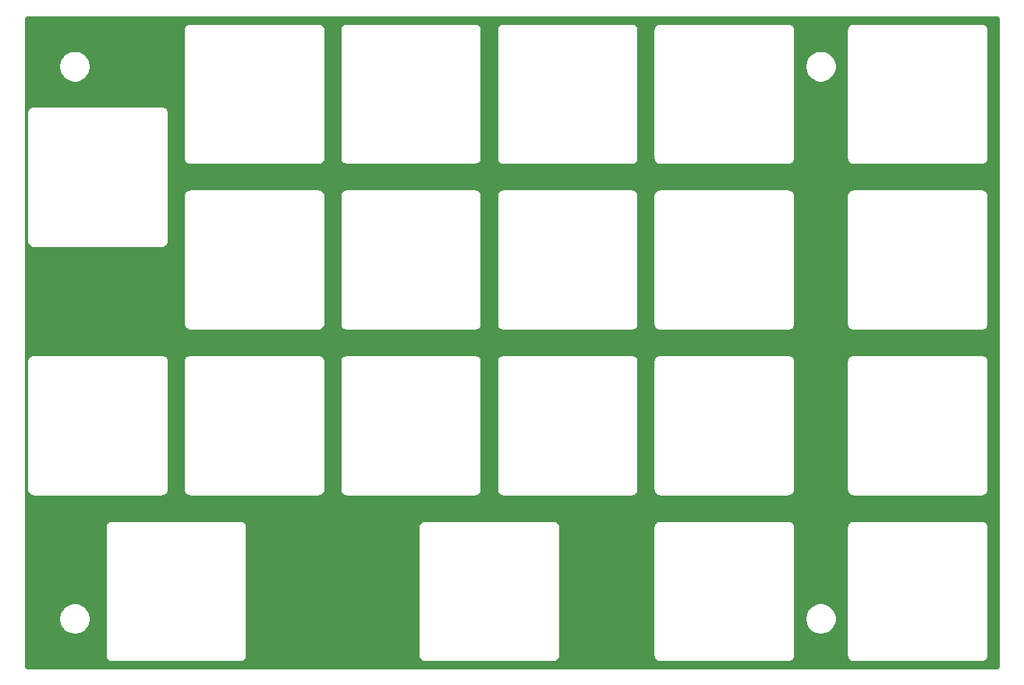
<source format=gtl>
G04 #@! TF.GenerationSoftware,KiCad,Pcbnew,(5.1.5)-3*
G04 #@! TF.CreationDate,2021-03-06T01:39:22+09:00*
G04 #@! TF.ProjectId,Setta21_Top,53657474-6132-4315-9f54-6f702e6b6963,rev?*
G04 #@! TF.SameCoordinates,Original*
G04 #@! TF.FileFunction,Copper,L1,Top*
G04 #@! TF.FilePolarity,Positive*
%FSLAX46Y46*%
G04 Gerber Fmt 4.6, Leading zero omitted, Abs format (unit mm)*
G04 Created by KiCad (PCBNEW (5.1.5)-3) date 2021-03-06 01:39:22*
%MOMM*%
%LPD*%
G04 APERTURE LIST*
%ADD10C,0.254000*%
G04 APERTURE END LIST*
D10*
G36*
X169315000Y-58783736D02*
G01*
X169315001Y-129216263D01*
X169216264Y-129315000D01*
X63783736Y-129315000D01*
X63685000Y-129216264D01*
X63685000Y-123829117D01*
X67265000Y-123829117D01*
X67265000Y-124170883D01*
X67331675Y-124506081D01*
X67462463Y-124821831D01*
X67652337Y-125105998D01*
X67894002Y-125347663D01*
X68178169Y-125537537D01*
X68493919Y-125668325D01*
X68829117Y-125735000D01*
X69170883Y-125735000D01*
X69506081Y-125668325D01*
X69821831Y-125537537D01*
X70105998Y-125347663D01*
X70347663Y-125105998D01*
X70537537Y-124821831D01*
X70668325Y-124506081D01*
X70735000Y-124170883D01*
X70735000Y-123829117D01*
X70668325Y-123493919D01*
X70537537Y-123178169D01*
X70347663Y-122894002D01*
X70105998Y-122652337D01*
X69821831Y-122462463D01*
X69506081Y-122331675D01*
X69170883Y-122265000D01*
X68829117Y-122265000D01*
X68493919Y-122331675D01*
X68178169Y-122462463D01*
X67894002Y-122652337D01*
X67652337Y-122894002D01*
X67462463Y-123178169D01*
X67331675Y-123493919D01*
X67265000Y-123829117D01*
X63685000Y-123829117D01*
X63685000Y-114000000D01*
X72311686Y-114000000D01*
X72315001Y-114033657D01*
X72315000Y-127966353D01*
X72311686Y-128000000D01*
X72324912Y-128134283D01*
X72364081Y-128263406D01*
X72427688Y-128382407D01*
X72513289Y-128486711D01*
X72617593Y-128572312D01*
X72736594Y-128635919D01*
X72865717Y-128675088D01*
X73000000Y-128688314D01*
X73033647Y-128685000D01*
X86966353Y-128685000D01*
X87000000Y-128688314D01*
X87134283Y-128675088D01*
X87263406Y-128635919D01*
X87382407Y-128572312D01*
X87486711Y-128486711D01*
X87572312Y-128382407D01*
X87635919Y-128263406D01*
X87675088Y-128134283D01*
X87685000Y-128033647D01*
X87685000Y-128033646D01*
X87688314Y-128000000D01*
X87685000Y-127966353D01*
X87685000Y-114033647D01*
X87688314Y-114000000D01*
X106311686Y-114000000D01*
X106315000Y-114033647D01*
X106315001Y-127966343D01*
X106311686Y-128000000D01*
X106324912Y-128134283D01*
X106364081Y-128263406D01*
X106427688Y-128382407D01*
X106513289Y-128486711D01*
X106617593Y-128572312D01*
X106736594Y-128635919D01*
X106865717Y-128675088D01*
X106966353Y-128685000D01*
X107000000Y-128688314D01*
X107033647Y-128685000D01*
X120966353Y-128685000D01*
X121000000Y-128688314D01*
X121033647Y-128685000D01*
X121134283Y-128675088D01*
X121263406Y-128635919D01*
X121382407Y-128572312D01*
X121486711Y-128486711D01*
X121572312Y-128382407D01*
X121635919Y-128263406D01*
X121675088Y-128134283D01*
X121688314Y-128000000D01*
X121685000Y-127966353D01*
X121685000Y-114033647D01*
X121688314Y-114000000D01*
X131811686Y-114000000D01*
X131815000Y-114033647D01*
X131815001Y-127966343D01*
X131811686Y-128000000D01*
X131824912Y-128134283D01*
X131864081Y-128263406D01*
X131927688Y-128382407D01*
X132013289Y-128486711D01*
X132117593Y-128572312D01*
X132236594Y-128635919D01*
X132365717Y-128675088D01*
X132466353Y-128685000D01*
X132500000Y-128688314D01*
X132533647Y-128685000D01*
X146466353Y-128685000D01*
X146500000Y-128688314D01*
X146533647Y-128685000D01*
X146634283Y-128675088D01*
X146763406Y-128635919D01*
X146882407Y-128572312D01*
X146986711Y-128486711D01*
X147072312Y-128382407D01*
X147135919Y-128263406D01*
X147175088Y-128134283D01*
X147188314Y-128000000D01*
X147185000Y-127966353D01*
X147185000Y-123829117D01*
X148265000Y-123829117D01*
X148265000Y-124170883D01*
X148331675Y-124506081D01*
X148462463Y-124821831D01*
X148652337Y-125105998D01*
X148894002Y-125347663D01*
X149178169Y-125537537D01*
X149493919Y-125668325D01*
X149829117Y-125735000D01*
X150170883Y-125735000D01*
X150506081Y-125668325D01*
X150821831Y-125537537D01*
X151105998Y-125347663D01*
X151347663Y-125105998D01*
X151537537Y-124821831D01*
X151668325Y-124506081D01*
X151735000Y-124170883D01*
X151735000Y-123829117D01*
X151668325Y-123493919D01*
X151537537Y-123178169D01*
X151347663Y-122894002D01*
X151105998Y-122652337D01*
X150821831Y-122462463D01*
X150506081Y-122331675D01*
X150170883Y-122265000D01*
X149829117Y-122265000D01*
X149493919Y-122331675D01*
X149178169Y-122462463D01*
X148894002Y-122652337D01*
X148652337Y-122894002D01*
X148462463Y-123178169D01*
X148331675Y-123493919D01*
X148265000Y-123829117D01*
X147185000Y-123829117D01*
X147185000Y-114033647D01*
X147188314Y-114000000D01*
X152811686Y-114000000D01*
X152815000Y-114033647D01*
X152815001Y-127966343D01*
X152811686Y-128000000D01*
X152824912Y-128134283D01*
X152864081Y-128263406D01*
X152927688Y-128382407D01*
X153013289Y-128486711D01*
X153117593Y-128572312D01*
X153236594Y-128635919D01*
X153365717Y-128675088D01*
X153466353Y-128685000D01*
X153500000Y-128688314D01*
X153533647Y-128685000D01*
X167466353Y-128685000D01*
X167500000Y-128688314D01*
X167533647Y-128685000D01*
X167634283Y-128675088D01*
X167763406Y-128635919D01*
X167882407Y-128572312D01*
X167986711Y-128486711D01*
X168072312Y-128382407D01*
X168135919Y-128263406D01*
X168175088Y-128134283D01*
X168188314Y-128000000D01*
X168185000Y-127966353D01*
X168185000Y-114033647D01*
X168188314Y-114000000D01*
X168175088Y-113865717D01*
X168135919Y-113736594D01*
X168072312Y-113617593D01*
X167986711Y-113513289D01*
X167882407Y-113427688D01*
X167763406Y-113364081D01*
X167634283Y-113324912D01*
X167533647Y-113315000D01*
X167500000Y-113311686D01*
X167466353Y-113315000D01*
X153533647Y-113315000D01*
X153500000Y-113311686D01*
X153466353Y-113315000D01*
X153365717Y-113324912D01*
X153236594Y-113364081D01*
X153117593Y-113427688D01*
X153013289Y-113513289D01*
X152927688Y-113617593D01*
X152864081Y-113736594D01*
X152824912Y-113865717D01*
X152811686Y-114000000D01*
X147188314Y-114000000D01*
X147175088Y-113865717D01*
X147135919Y-113736594D01*
X147072312Y-113617593D01*
X146986711Y-113513289D01*
X146882407Y-113427688D01*
X146763406Y-113364081D01*
X146634283Y-113324912D01*
X146533647Y-113315000D01*
X146500000Y-113311686D01*
X146466353Y-113315000D01*
X132533647Y-113315000D01*
X132500000Y-113311686D01*
X132466353Y-113315000D01*
X132365717Y-113324912D01*
X132236594Y-113364081D01*
X132117593Y-113427688D01*
X132013289Y-113513289D01*
X131927688Y-113617593D01*
X131864081Y-113736594D01*
X131824912Y-113865717D01*
X131811686Y-114000000D01*
X121688314Y-114000000D01*
X121675088Y-113865717D01*
X121635919Y-113736594D01*
X121572312Y-113617593D01*
X121486711Y-113513289D01*
X121382407Y-113427688D01*
X121263406Y-113364081D01*
X121134283Y-113324912D01*
X121033647Y-113315000D01*
X121000000Y-113311686D01*
X120966353Y-113315000D01*
X107033647Y-113315000D01*
X107000000Y-113311686D01*
X106966353Y-113315000D01*
X106865717Y-113324912D01*
X106736594Y-113364081D01*
X106617593Y-113427688D01*
X106513289Y-113513289D01*
X106427688Y-113617593D01*
X106364081Y-113736594D01*
X106324912Y-113865717D01*
X106311686Y-114000000D01*
X87688314Y-114000000D01*
X87675088Y-113865717D01*
X87635919Y-113736594D01*
X87572312Y-113617593D01*
X87486711Y-113513289D01*
X87382407Y-113427688D01*
X87263406Y-113364081D01*
X87134283Y-113324912D01*
X87033647Y-113315000D01*
X87000000Y-113311686D01*
X86966353Y-113315000D01*
X73033647Y-113315000D01*
X73000000Y-113311686D01*
X72966353Y-113315000D01*
X72865717Y-113324912D01*
X72736594Y-113364081D01*
X72617593Y-113427688D01*
X72513289Y-113513289D01*
X72427688Y-113617593D01*
X72364081Y-113736594D01*
X72324912Y-113865717D01*
X72311686Y-114000000D01*
X63685000Y-114000000D01*
X63685000Y-96000000D01*
X63811686Y-96000000D01*
X63815000Y-96033647D01*
X63815001Y-109966343D01*
X63811686Y-110000000D01*
X63824912Y-110134283D01*
X63864081Y-110263406D01*
X63927688Y-110382407D01*
X64013289Y-110486711D01*
X64117593Y-110572312D01*
X64236594Y-110635919D01*
X64365717Y-110675088D01*
X64466353Y-110685000D01*
X64500000Y-110688314D01*
X64533647Y-110685000D01*
X78466353Y-110685000D01*
X78500000Y-110688314D01*
X78533647Y-110685000D01*
X78634283Y-110675088D01*
X78763406Y-110635919D01*
X78882407Y-110572312D01*
X78986711Y-110486711D01*
X79072312Y-110382407D01*
X79135919Y-110263406D01*
X79175088Y-110134283D01*
X79188314Y-110000000D01*
X79185000Y-109966353D01*
X79185000Y-96033647D01*
X79188314Y-96000000D01*
X80811686Y-96000000D01*
X80815000Y-96033647D01*
X80815001Y-109966343D01*
X80811686Y-110000000D01*
X80824912Y-110134283D01*
X80864081Y-110263406D01*
X80927688Y-110382407D01*
X81013289Y-110486711D01*
X81117593Y-110572312D01*
X81236594Y-110635919D01*
X81365717Y-110675088D01*
X81466353Y-110685000D01*
X81500000Y-110688314D01*
X81533647Y-110685000D01*
X95466353Y-110685000D01*
X95500000Y-110688314D01*
X95533647Y-110685000D01*
X95634283Y-110675088D01*
X95763406Y-110635919D01*
X95882407Y-110572312D01*
X95986711Y-110486711D01*
X96072312Y-110382407D01*
X96135919Y-110263406D01*
X96175088Y-110134283D01*
X96188314Y-110000000D01*
X96185000Y-109966353D01*
X96185000Y-96033647D01*
X96188314Y-96000000D01*
X97811686Y-96000000D01*
X97815000Y-96033647D01*
X97815001Y-109966343D01*
X97811686Y-110000000D01*
X97824912Y-110134283D01*
X97864081Y-110263406D01*
X97927688Y-110382407D01*
X98013289Y-110486711D01*
X98117593Y-110572312D01*
X98236594Y-110635919D01*
X98365717Y-110675088D01*
X98466353Y-110685000D01*
X98500000Y-110688314D01*
X98533647Y-110685000D01*
X112466353Y-110685000D01*
X112500000Y-110688314D01*
X112533647Y-110685000D01*
X112634283Y-110675088D01*
X112763406Y-110635919D01*
X112882407Y-110572312D01*
X112986711Y-110486711D01*
X113072312Y-110382407D01*
X113135919Y-110263406D01*
X113175088Y-110134283D01*
X113188314Y-110000000D01*
X113185000Y-109966353D01*
X113185000Y-96033647D01*
X113188314Y-96000000D01*
X114811686Y-96000000D01*
X114815000Y-96033647D01*
X114815001Y-109966343D01*
X114811686Y-110000000D01*
X114824912Y-110134283D01*
X114864081Y-110263406D01*
X114927688Y-110382407D01*
X115013289Y-110486711D01*
X115117593Y-110572312D01*
X115236594Y-110635919D01*
X115365717Y-110675088D01*
X115466353Y-110685000D01*
X115500000Y-110688314D01*
X115533647Y-110685000D01*
X129466353Y-110685000D01*
X129500000Y-110688314D01*
X129533647Y-110685000D01*
X129634283Y-110675088D01*
X129763406Y-110635919D01*
X129882407Y-110572312D01*
X129986711Y-110486711D01*
X130072312Y-110382407D01*
X130135919Y-110263406D01*
X130175088Y-110134283D01*
X130188314Y-110000000D01*
X130185000Y-109966353D01*
X130185000Y-96033647D01*
X130188314Y-96000000D01*
X131811686Y-96000000D01*
X131815000Y-96033647D01*
X131815001Y-109966343D01*
X131811686Y-110000000D01*
X131824912Y-110134283D01*
X131864081Y-110263406D01*
X131927688Y-110382407D01*
X132013289Y-110486711D01*
X132117593Y-110572312D01*
X132236594Y-110635919D01*
X132365717Y-110675088D01*
X132466353Y-110685000D01*
X132500000Y-110688314D01*
X132533647Y-110685000D01*
X146466353Y-110685000D01*
X146500000Y-110688314D01*
X146533647Y-110685000D01*
X146634283Y-110675088D01*
X146763406Y-110635919D01*
X146882407Y-110572312D01*
X146986711Y-110486711D01*
X147072312Y-110382407D01*
X147135919Y-110263406D01*
X147175088Y-110134283D01*
X147188314Y-110000000D01*
X147185000Y-109966353D01*
X147185000Y-96033647D01*
X147188314Y-96000000D01*
X152811686Y-96000000D01*
X152815000Y-96033647D01*
X152815001Y-109966343D01*
X152811686Y-110000000D01*
X152824912Y-110134283D01*
X152864081Y-110263406D01*
X152927688Y-110382407D01*
X153013289Y-110486711D01*
X153117593Y-110572312D01*
X153236594Y-110635919D01*
X153365717Y-110675088D01*
X153466353Y-110685000D01*
X153500000Y-110688314D01*
X153533647Y-110685000D01*
X167466353Y-110685000D01*
X167500000Y-110688314D01*
X167533647Y-110685000D01*
X167634283Y-110675088D01*
X167763406Y-110635919D01*
X167882407Y-110572312D01*
X167986711Y-110486711D01*
X168072312Y-110382407D01*
X168135919Y-110263406D01*
X168175088Y-110134283D01*
X168188314Y-110000000D01*
X168185000Y-109966353D01*
X168185000Y-96033647D01*
X168188314Y-96000000D01*
X168175088Y-95865717D01*
X168135919Y-95736594D01*
X168072312Y-95617593D01*
X167986711Y-95513289D01*
X167882407Y-95427688D01*
X167763406Y-95364081D01*
X167634283Y-95324912D01*
X167533647Y-95315000D01*
X167500000Y-95311686D01*
X167466353Y-95315000D01*
X153533647Y-95315000D01*
X153500000Y-95311686D01*
X153466353Y-95315000D01*
X153365717Y-95324912D01*
X153236594Y-95364081D01*
X153117593Y-95427688D01*
X153013289Y-95513289D01*
X152927688Y-95617593D01*
X152864081Y-95736594D01*
X152824912Y-95865717D01*
X152811686Y-96000000D01*
X147188314Y-96000000D01*
X147175088Y-95865717D01*
X147135919Y-95736594D01*
X147072312Y-95617593D01*
X146986711Y-95513289D01*
X146882407Y-95427688D01*
X146763406Y-95364081D01*
X146634283Y-95324912D01*
X146533647Y-95315000D01*
X146500000Y-95311686D01*
X146466353Y-95315000D01*
X132533647Y-95315000D01*
X132500000Y-95311686D01*
X132466353Y-95315000D01*
X132365717Y-95324912D01*
X132236594Y-95364081D01*
X132117593Y-95427688D01*
X132013289Y-95513289D01*
X131927688Y-95617593D01*
X131864081Y-95736594D01*
X131824912Y-95865717D01*
X131811686Y-96000000D01*
X130188314Y-96000000D01*
X130175088Y-95865717D01*
X130135919Y-95736594D01*
X130072312Y-95617593D01*
X129986711Y-95513289D01*
X129882407Y-95427688D01*
X129763406Y-95364081D01*
X129634283Y-95324912D01*
X129533647Y-95315000D01*
X129500000Y-95311686D01*
X129466353Y-95315000D01*
X115533647Y-95315000D01*
X115500000Y-95311686D01*
X115466353Y-95315000D01*
X115365717Y-95324912D01*
X115236594Y-95364081D01*
X115117593Y-95427688D01*
X115013289Y-95513289D01*
X114927688Y-95617593D01*
X114864081Y-95736594D01*
X114824912Y-95865717D01*
X114811686Y-96000000D01*
X113188314Y-96000000D01*
X113175088Y-95865717D01*
X113135919Y-95736594D01*
X113072312Y-95617593D01*
X112986711Y-95513289D01*
X112882407Y-95427688D01*
X112763406Y-95364081D01*
X112634283Y-95324912D01*
X112533647Y-95315000D01*
X112500000Y-95311686D01*
X112466353Y-95315000D01*
X98533647Y-95315000D01*
X98500000Y-95311686D01*
X98466353Y-95315000D01*
X98365717Y-95324912D01*
X98236594Y-95364081D01*
X98117593Y-95427688D01*
X98013289Y-95513289D01*
X97927688Y-95617593D01*
X97864081Y-95736594D01*
X97824912Y-95865717D01*
X97811686Y-96000000D01*
X96188314Y-96000000D01*
X96175088Y-95865717D01*
X96135919Y-95736594D01*
X96072312Y-95617593D01*
X95986711Y-95513289D01*
X95882407Y-95427688D01*
X95763406Y-95364081D01*
X95634283Y-95324912D01*
X95533647Y-95315000D01*
X95500000Y-95311686D01*
X95466353Y-95315000D01*
X81533647Y-95315000D01*
X81500000Y-95311686D01*
X81466353Y-95315000D01*
X81365717Y-95324912D01*
X81236594Y-95364081D01*
X81117593Y-95427688D01*
X81013289Y-95513289D01*
X80927688Y-95617593D01*
X80864081Y-95736594D01*
X80824912Y-95865717D01*
X80811686Y-96000000D01*
X79188314Y-96000000D01*
X79175088Y-95865717D01*
X79135919Y-95736594D01*
X79072312Y-95617593D01*
X78986711Y-95513289D01*
X78882407Y-95427688D01*
X78763406Y-95364081D01*
X78634283Y-95324912D01*
X78533647Y-95315000D01*
X78500000Y-95311686D01*
X78466353Y-95315000D01*
X64533647Y-95315000D01*
X64500000Y-95311686D01*
X64466353Y-95315000D01*
X64365717Y-95324912D01*
X64236594Y-95364081D01*
X64117593Y-95427688D01*
X64013289Y-95513289D01*
X63927688Y-95617593D01*
X63864081Y-95736594D01*
X63824912Y-95865717D01*
X63811686Y-96000000D01*
X63685000Y-96000000D01*
X63685000Y-69000000D01*
X63811686Y-69000000D01*
X63815001Y-69033657D01*
X63815000Y-82966353D01*
X63811686Y-83000000D01*
X63824912Y-83134283D01*
X63864081Y-83263406D01*
X63927688Y-83382407D01*
X64013289Y-83486711D01*
X64117593Y-83572312D01*
X64236594Y-83635919D01*
X64365717Y-83675088D01*
X64500000Y-83688314D01*
X64533647Y-83685000D01*
X78466353Y-83685000D01*
X78500000Y-83688314D01*
X78634283Y-83675088D01*
X78763406Y-83635919D01*
X78882407Y-83572312D01*
X78986711Y-83486711D01*
X79072312Y-83382407D01*
X79135919Y-83263406D01*
X79175088Y-83134283D01*
X79185000Y-83033647D01*
X79185000Y-83033646D01*
X79188314Y-83000000D01*
X79185000Y-82966353D01*
X79185000Y-78000000D01*
X80811686Y-78000000D01*
X80815000Y-78033647D01*
X80815001Y-91941343D01*
X80811686Y-91975000D01*
X80824912Y-92109283D01*
X80864081Y-92238406D01*
X80927688Y-92357407D01*
X81013289Y-92461711D01*
X81117593Y-92547312D01*
X81236594Y-92610919D01*
X81365717Y-92650088D01*
X81466353Y-92660000D01*
X81500000Y-92663314D01*
X81533647Y-92660000D01*
X95466353Y-92660000D01*
X95500000Y-92663314D01*
X95533647Y-92660000D01*
X95634283Y-92650088D01*
X95763406Y-92610919D01*
X95882407Y-92547312D01*
X95986711Y-92461711D01*
X96072312Y-92357407D01*
X96135919Y-92238406D01*
X96175088Y-92109283D01*
X96188314Y-91975000D01*
X96185000Y-91941353D01*
X96185000Y-78033647D01*
X96188314Y-78000000D01*
X97811686Y-78000000D01*
X97815000Y-78033647D01*
X97815001Y-91966343D01*
X97811686Y-92000000D01*
X97824912Y-92134283D01*
X97864081Y-92263406D01*
X97927688Y-92382407D01*
X98013289Y-92486711D01*
X98117593Y-92572312D01*
X98236594Y-92635919D01*
X98365717Y-92675088D01*
X98466353Y-92685000D01*
X98500000Y-92688314D01*
X98533647Y-92685000D01*
X112466353Y-92685000D01*
X112500000Y-92688314D01*
X112533647Y-92685000D01*
X112634283Y-92675088D01*
X112763406Y-92635919D01*
X112882407Y-92572312D01*
X112986711Y-92486711D01*
X113072312Y-92382407D01*
X113135919Y-92263406D01*
X113175088Y-92134283D01*
X113188314Y-92000000D01*
X113185000Y-91966353D01*
X113185000Y-78033647D01*
X113188314Y-78000000D01*
X114811686Y-78000000D01*
X114815000Y-78033647D01*
X114815001Y-91966343D01*
X114811686Y-92000000D01*
X114824912Y-92134283D01*
X114864081Y-92263406D01*
X114927688Y-92382407D01*
X115013289Y-92486711D01*
X115117593Y-92572312D01*
X115236594Y-92635919D01*
X115365717Y-92675088D01*
X115466353Y-92685000D01*
X115500000Y-92688314D01*
X115533647Y-92685000D01*
X129466353Y-92685000D01*
X129500000Y-92688314D01*
X129533647Y-92685000D01*
X129634283Y-92675088D01*
X129763406Y-92635919D01*
X129882407Y-92572312D01*
X129986711Y-92486711D01*
X130072312Y-92382407D01*
X130135919Y-92263406D01*
X130175088Y-92134283D01*
X130188314Y-92000000D01*
X130185000Y-91966353D01*
X130185000Y-78033647D01*
X130188314Y-78000000D01*
X131811686Y-78000000D01*
X131815000Y-78033647D01*
X131815001Y-91966343D01*
X131811686Y-92000000D01*
X131824912Y-92134283D01*
X131864081Y-92263406D01*
X131927688Y-92382407D01*
X132013289Y-92486711D01*
X132117593Y-92572312D01*
X132236594Y-92635919D01*
X132365717Y-92675088D01*
X132466353Y-92685000D01*
X132500000Y-92688314D01*
X132533647Y-92685000D01*
X146466353Y-92685000D01*
X146500000Y-92688314D01*
X146533647Y-92685000D01*
X146634283Y-92675088D01*
X146763406Y-92635919D01*
X146882407Y-92572312D01*
X146986711Y-92486711D01*
X147072312Y-92382407D01*
X147135919Y-92263406D01*
X147175088Y-92134283D01*
X147188314Y-92000000D01*
X147185000Y-91966353D01*
X147185000Y-78033647D01*
X147188314Y-78000000D01*
X152811686Y-78000000D01*
X152815000Y-78033647D01*
X152815001Y-91966343D01*
X152811686Y-92000000D01*
X152824912Y-92134283D01*
X152864081Y-92263406D01*
X152927688Y-92382407D01*
X153013289Y-92486711D01*
X153117593Y-92572312D01*
X153236594Y-92635919D01*
X153365717Y-92675088D01*
X153466353Y-92685000D01*
X153500000Y-92688314D01*
X153533647Y-92685000D01*
X167466353Y-92685000D01*
X167500000Y-92688314D01*
X167533647Y-92685000D01*
X167634283Y-92675088D01*
X167763406Y-92635919D01*
X167882407Y-92572312D01*
X167986711Y-92486711D01*
X168072312Y-92382407D01*
X168135919Y-92263406D01*
X168175088Y-92134283D01*
X168188314Y-92000000D01*
X168185000Y-91966353D01*
X168185000Y-78033647D01*
X168188314Y-78000000D01*
X168175088Y-77865717D01*
X168135919Y-77736594D01*
X168072312Y-77617593D01*
X167986711Y-77513289D01*
X167882407Y-77427688D01*
X167763406Y-77364081D01*
X167634283Y-77324912D01*
X167533647Y-77315000D01*
X167500000Y-77311686D01*
X167466353Y-77315000D01*
X153533647Y-77315000D01*
X153500000Y-77311686D01*
X153466353Y-77315000D01*
X153365717Y-77324912D01*
X153236594Y-77364081D01*
X153117593Y-77427688D01*
X153013289Y-77513289D01*
X152927688Y-77617593D01*
X152864081Y-77736594D01*
X152824912Y-77865717D01*
X152811686Y-78000000D01*
X147188314Y-78000000D01*
X147175088Y-77865717D01*
X147135919Y-77736594D01*
X147072312Y-77617593D01*
X146986711Y-77513289D01*
X146882407Y-77427688D01*
X146763406Y-77364081D01*
X146634283Y-77324912D01*
X146533647Y-77315000D01*
X146500000Y-77311686D01*
X146466353Y-77315000D01*
X132533647Y-77315000D01*
X132500000Y-77311686D01*
X132466353Y-77315000D01*
X132365717Y-77324912D01*
X132236594Y-77364081D01*
X132117593Y-77427688D01*
X132013289Y-77513289D01*
X131927688Y-77617593D01*
X131864081Y-77736594D01*
X131824912Y-77865717D01*
X131811686Y-78000000D01*
X130188314Y-78000000D01*
X130175088Y-77865717D01*
X130135919Y-77736594D01*
X130072312Y-77617593D01*
X129986711Y-77513289D01*
X129882407Y-77427688D01*
X129763406Y-77364081D01*
X129634283Y-77324912D01*
X129533647Y-77315000D01*
X129500000Y-77311686D01*
X129466353Y-77315000D01*
X115533647Y-77315000D01*
X115500000Y-77311686D01*
X115466353Y-77315000D01*
X115365717Y-77324912D01*
X115236594Y-77364081D01*
X115117593Y-77427688D01*
X115013289Y-77513289D01*
X114927688Y-77617593D01*
X114864081Y-77736594D01*
X114824912Y-77865717D01*
X114811686Y-78000000D01*
X113188314Y-78000000D01*
X113175088Y-77865717D01*
X113135919Y-77736594D01*
X113072312Y-77617593D01*
X112986711Y-77513289D01*
X112882407Y-77427688D01*
X112763406Y-77364081D01*
X112634283Y-77324912D01*
X112533647Y-77315000D01*
X112500000Y-77311686D01*
X112466353Y-77315000D01*
X98533647Y-77315000D01*
X98500000Y-77311686D01*
X98466353Y-77315000D01*
X98365717Y-77324912D01*
X98236594Y-77364081D01*
X98117593Y-77427688D01*
X98013289Y-77513289D01*
X97927688Y-77617593D01*
X97864081Y-77736594D01*
X97824912Y-77865717D01*
X97811686Y-78000000D01*
X96188314Y-78000000D01*
X96175088Y-77865717D01*
X96135919Y-77736594D01*
X96072312Y-77617593D01*
X95986711Y-77513289D01*
X95882407Y-77427688D01*
X95763406Y-77364081D01*
X95634283Y-77324912D01*
X95533647Y-77315000D01*
X95500000Y-77311686D01*
X95466353Y-77315000D01*
X81533647Y-77315000D01*
X81500000Y-77311686D01*
X81466353Y-77315000D01*
X81365717Y-77324912D01*
X81236594Y-77364081D01*
X81117593Y-77427688D01*
X81013289Y-77513289D01*
X80927688Y-77617593D01*
X80864081Y-77736594D01*
X80824912Y-77865717D01*
X80811686Y-78000000D01*
X79185000Y-78000000D01*
X79185000Y-69033647D01*
X79188314Y-69000000D01*
X79175088Y-68865717D01*
X79135919Y-68736594D01*
X79072312Y-68617593D01*
X78986711Y-68513289D01*
X78882407Y-68427688D01*
X78763406Y-68364081D01*
X78634283Y-68324912D01*
X78533647Y-68315000D01*
X78500000Y-68311686D01*
X78466353Y-68315000D01*
X64533647Y-68315000D01*
X64500000Y-68311686D01*
X64466353Y-68315000D01*
X64365717Y-68324912D01*
X64236594Y-68364081D01*
X64117593Y-68427688D01*
X64013289Y-68513289D01*
X63927688Y-68617593D01*
X63864081Y-68736594D01*
X63824912Y-68865717D01*
X63811686Y-69000000D01*
X63685000Y-69000000D01*
X63685000Y-63829117D01*
X67265000Y-63829117D01*
X67265000Y-64170883D01*
X67331675Y-64506081D01*
X67462463Y-64821831D01*
X67652337Y-65105998D01*
X67894002Y-65347663D01*
X68178169Y-65537537D01*
X68493919Y-65668325D01*
X68829117Y-65735000D01*
X69170883Y-65735000D01*
X69506081Y-65668325D01*
X69821831Y-65537537D01*
X70105998Y-65347663D01*
X70347663Y-65105998D01*
X70537537Y-64821831D01*
X70668325Y-64506081D01*
X70735000Y-64170883D01*
X70735000Y-63829117D01*
X70668325Y-63493919D01*
X70537537Y-63178169D01*
X70347663Y-62894002D01*
X70105998Y-62652337D01*
X69821831Y-62462463D01*
X69506081Y-62331675D01*
X69170883Y-62265000D01*
X68829117Y-62265000D01*
X68493919Y-62331675D01*
X68178169Y-62462463D01*
X67894002Y-62652337D01*
X67652337Y-62894002D01*
X67462463Y-63178169D01*
X67331675Y-63493919D01*
X67265000Y-63829117D01*
X63685000Y-63829117D01*
X63685000Y-60000000D01*
X80811686Y-60000000D01*
X80815000Y-60033647D01*
X80815001Y-73966343D01*
X80811686Y-74000000D01*
X80824912Y-74134283D01*
X80864081Y-74263406D01*
X80927688Y-74382407D01*
X81013289Y-74486711D01*
X81117593Y-74572312D01*
X81236594Y-74635919D01*
X81365717Y-74675088D01*
X81466353Y-74685000D01*
X81500000Y-74688314D01*
X81533647Y-74685000D01*
X95466353Y-74685000D01*
X95500000Y-74688314D01*
X95533647Y-74685000D01*
X95634283Y-74675088D01*
X95763406Y-74635919D01*
X95882407Y-74572312D01*
X95986711Y-74486711D01*
X96072312Y-74382407D01*
X96135919Y-74263406D01*
X96175088Y-74134283D01*
X96188314Y-74000000D01*
X96185000Y-73966353D01*
X96185000Y-60033647D01*
X96188314Y-60000000D01*
X97811686Y-60000000D01*
X97815000Y-60033647D01*
X97815001Y-73941343D01*
X97811686Y-73975000D01*
X97824912Y-74109283D01*
X97864081Y-74238406D01*
X97927688Y-74357407D01*
X98013289Y-74461711D01*
X98117593Y-74547312D01*
X98236594Y-74610919D01*
X98365717Y-74650088D01*
X98466353Y-74660000D01*
X98500000Y-74663314D01*
X98533647Y-74660000D01*
X112466353Y-74660000D01*
X112500000Y-74663314D01*
X112533647Y-74660000D01*
X112634283Y-74650088D01*
X112763406Y-74610919D01*
X112882407Y-74547312D01*
X112986711Y-74461711D01*
X113072312Y-74357407D01*
X113135919Y-74238406D01*
X113175088Y-74109283D01*
X113188314Y-73975000D01*
X113185000Y-73941353D01*
X113185000Y-60033647D01*
X113188314Y-60000000D01*
X114811686Y-60000000D01*
X114815000Y-60033647D01*
X114815001Y-73966343D01*
X114811686Y-74000000D01*
X114824912Y-74134283D01*
X114864081Y-74263406D01*
X114927688Y-74382407D01*
X115013289Y-74486711D01*
X115117593Y-74572312D01*
X115236594Y-74635919D01*
X115365717Y-74675088D01*
X115466353Y-74685000D01*
X115500000Y-74688314D01*
X115533647Y-74685000D01*
X129466353Y-74685000D01*
X129500000Y-74688314D01*
X129533647Y-74685000D01*
X129634283Y-74675088D01*
X129763406Y-74635919D01*
X129882407Y-74572312D01*
X129986711Y-74486711D01*
X130072312Y-74382407D01*
X130135919Y-74263406D01*
X130175088Y-74134283D01*
X130188314Y-74000000D01*
X130185000Y-73966353D01*
X130185000Y-60033647D01*
X130188314Y-60000000D01*
X131811686Y-60000000D01*
X131815000Y-60033647D01*
X131815001Y-73966343D01*
X131811686Y-74000000D01*
X131824912Y-74134283D01*
X131864081Y-74263406D01*
X131927688Y-74382407D01*
X132013289Y-74486711D01*
X132117593Y-74572312D01*
X132236594Y-74635919D01*
X132365717Y-74675088D01*
X132466353Y-74685000D01*
X132500000Y-74688314D01*
X132533647Y-74685000D01*
X146466353Y-74685000D01*
X146500000Y-74688314D01*
X146533647Y-74685000D01*
X146634283Y-74675088D01*
X146763406Y-74635919D01*
X146882407Y-74572312D01*
X146986711Y-74486711D01*
X147072312Y-74382407D01*
X147135919Y-74263406D01*
X147175088Y-74134283D01*
X147188314Y-74000000D01*
X147185000Y-73966353D01*
X147185000Y-63829117D01*
X148265000Y-63829117D01*
X148265000Y-64170883D01*
X148331675Y-64506081D01*
X148462463Y-64821831D01*
X148652337Y-65105998D01*
X148894002Y-65347663D01*
X149178169Y-65537537D01*
X149493919Y-65668325D01*
X149829117Y-65735000D01*
X150170883Y-65735000D01*
X150506081Y-65668325D01*
X150821831Y-65537537D01*
X151105998Y-65347663D01*
X151347663Y-65105998D01*
X151537537Y-64821831D01*
X151668325Y-64506081D01*
X151735000Y-64170883D01*
X151735000Y-63829117D01*
X151668325Y-63493919D01*
X151537537Y-63178169D01*
X151347663Y-62894002D01*
X151105998Y-62652337D01*
X150821831Y-62462463D01*
X150506081Y-62331675D01*
X150170883Y-62265000D01*
X149829117Y-62265000D01*
X149493919Y-62331675D01*
X149178169Y-62462463D01*
X148894002Y-62652337D01*
X148652337Y-62894002D01*
X148462463Y-63178169D01*
X148331675Y-63493919D01*
X148265000Y-63829117D01*
X147185000Y-63829117D01*
X147185000Y-60033647D01*
X147188314Y-60000000D01*
X152811686Y-60000000D01*
X152815000Y-60033647D01*
X152815001Y-73966343D01*
X152811686Y-74000000D01*
X152824912Y-74134283D01*
X152864081Y-74263406D01*
X152927688Y-74382407D01*
X153013289Y-74486711D01*
X153117593Y-74572312D01*
X153236594Y-74635919D01*
X153365717Y-74675088D01*
X153466353Y-74685000D01*
X153500000Y-74688314D01*
X153533647Y-74685000D01*
X167466353Y-74685000D01*
X167500000Y-74688314D01*
X167533647Y-74685000D01*
X167634283Y-74675088D01*
X167763406Y-74635919D01*
X167882407Y-74572312D01*
X167986711Y-74486711D01*
X168072312Y-74382407D01*
X168135919Y-74263406D01*
X168175088Y-74134283D01*
X168188314Y-74000000D01*
X168185000Y-73966353D01*
X168185000Y-60033647D01*
X168188314Y-60000000D01*
X168175088Y-59865717D01*
X168135919Y-59736594D01*
X168072312Y-59617593D01*
X167986711Y-59513289D01*
X167882407Y-59427688D01*
X167763406Y-59364081D01*
X167634283Y-59324912D01*
X167533647Y-59315000D01*
X167500000Y-59311686D01*
X167466353Y-59315000D01*
X153533647Y-59315000D01*
X153500000Y-59311686D01*
X153466353Y-59315000D01*
X153365717Y-59324912D01*
X153236594Y-59364081D01*
X153117593Y-59427688D01*
X153013289Y-59513289D01*
X152927688Y-59617593D01*
X152864081Y-59736594D01*
X152824912Y-59865717D01*
X152811686Y-60000000D01*
X147188314Y-60000000D01*
X147175088Y-59865717D01*
X147135919Y-59736594D01*
X147072312Y-59617593D01*
X146986711Y-59513289D01*
X146882407Y-59427688D01*
X146763406Y-59364081D01*
X146634283Y-59324912D01*
X146533647Y-59315000D01*
X146500000Y-59311686D01*
X146466353Y-59315000D01*
X132533647Y-59315000D01*
X132500000Y-59311686D01*
X132466353Y-59315000D01*
X132365717Y-59324912D01*
X132236594Y-59364081D01*
X132117593Y-59427688D01*
X132013289Y-59513289D01*
X131927688Y-59617593D01*
X131864081Y-59736594D01*
X131824912Y-59865717D01*
X131811686Y-60000000D01*
X130188314Y-60000000D01*
X130175088Y-59865717D01*
X130135919Y-59736594D01*
X130072312Y-59617593D01*
X129986711Y-59513289D01*
X129882407Y-59427688D01*
X129763406Y-59364081D01*
X129634283Y-59324912D01*
X129533647Y-59315000D01*
X129500000Y-59311686D01*
X129466353Y-59315000D01*
X115533647Y-59315000D01*
X115500000Y-59311686D01*
X115466353Y-59315000D01*
X115365717Y-59324912D01*
X115236594Y-59364081D01*
X115117593Y-59427688D01*
X115013289Y-59513289D01*
X114927688Y-59617593D01*
X114864081Y-59736594D01*
X114824912Y-59865717D01*
X114811686Y-60000000D01*
X113188314Y-60000000D01*
X113175088Y-59865717D01*
X113135919Y-59736594D01*
X113072312Y-59617593D01*
X112986711Y-59513289D01*
X112882407Y-59427688D01*
X112763406Y-59364081D01*
X112634283Y-59324912D01*
X112533647Y-59315000D01*
X112500000Y-59311686D01*
X112466353Y-59315000D01*
X98533647Y-59315000D01*
X98500000Y-59311686D01*
X98466353Y-59315000D01*
X98365717Y-59324912D01*
X98236594Y-59364081D01*
X98117593Y-59427688D01*
X98013289Y-59513289D01*
X97927688Y-59617593D01*
X97864081Y-59736594D01*
X97824912Y-59865717D01*
X97811686Y-60000000D01*
X96188314Y-60000000D01*
X96175088Y-59865717D01*
X96135919Y-59736594D01*
X96072312Y-59617593D01*
X95986711Y-59513289D01*
X95882407Y-59427688D01*
X95763406Y-59364081D01*
X95634283Y-59324912D01*
X95533647Y-59315000D01*
X95500000Y-59311686D01*
X95466353Y-59315000D01*
X81533647Y-59315000D01*
X81500000Y-59311686D01*
X81466353Y-59315000D01*
X81365717Y-59324912D01*
X81236594Y-59364081D01*
X81117593Y-59427688D01*
X81013289Y-59513289D01*
X80927688Y-59617593D01*
X80864081Y-59736594D01*
X80824912Y-59865717D01*
X80811686Y-60000000D01*
X63685000Y-60000000D01*
X63685000Y-58783736D01*
X63783736Y-58685000D01*
X169216264Y-58685000D01*
X169315000Y-58783736D01*
G37*
X169315000Y-58783736D02*
X169315001Y-129216263D01*
X169216264Y-129315000D01*
X63783736Y-129315000D01*
X63685000Y-129216264D01*
X63685000Y-123829117D01*
X67265000Y-123829117D01*
X67265000Y-124170883D01*
X67331675Y-124506081D01*
X67462463Y-124821831D01*
X67652337Y-125105998D01*
X67894002Y-125347663D01*
X68178169Y-125537537D01*
X68493919Y-125668325D01*
X68829117Y-125735000D01*
X69170883Y-125735000D01*
X69506081Y-125668325D01*
X69821831Y-125537537D01*
X70105998Y-125347663D01*
X70347663Y-125105998D01*
X70537537Y-124821831D01*
X70668325Y-124506081D01*
X70735000Y-124170883D01*
X70735000Y-123829117D01*
X70668325Y-123493919D01*
X70537537Y-123178169D01*
X70347663Y-122894002D01*
X70105998Y-122652337D01*
X69821831Y-122462463D01*
X69506081Y-122331675D01*
X69170883Y-122265000D01*
X68829117Y-122265000D01*
X68493919Y-122331675D01*
X68178169Y-122462463D01*
X67894002Y-122652337D01*
X67652337Y-122894002D01*
X67462463Y-123178169D01*
X67331675Y-123493919D01*
X67265000Y-123829117D01*
X63685000Y-123829117D01*
X63685000Y-114000000D01*
X72311686Y-114000000D01*
X72315001Y-114033657D01*
X72315000Y-127966353D01*
X72311686Y-128000000D01*
X72324912Y-128134283D01*
X72364081Y-128263406D01*
X72427688Y-128382407D01*
X72513289Y-128486711D01*
X72617593Y-128572312D01*
X72736594Y-128635919D01*
X72865717Y-128675088D01*
X73000000Y-128688314D01*
X73033647Y-128685000D01*
X86966353Y-128685000D01*
X87000000Y-128688314D01*
X87134283Y-128675088D01*
X87263406Y-128635919D01*
X87382407Y-128572312D01*
X87486711Y-128486711D01*
X87572312Y-128382407D01*
X87635919Y-128263406D01*
X87675088Y-128134283D01*
X87685000Y-128033647D01*
X87685000Y-128033646D01*
X87688314Y-128000000D01*
X87685000Y-127966353D01*
X87685000Y-114033647D01*
X87688314Y-114000000D01*
X106311686Y-114000000D01*
X106315000Y-114033647D01*
X106315001Y-127966343D01*
X106311686Y-128000000D01*
X106324912Y-128134283D01*
X106364081Y-128263406D01*
X106427688Y-128382407D01*
X106513289Y-128486711D01*
X106617593Y-128572312D01*
X106736594Y-128635919D01*
X106865717Y-128675088D01*
X106966353Y-128685000D01*
X107000000Y-128688314D01*
X107033647Y-128685000D01*
X120966353Y-128685000D01*
X121000000Y-128688314D01*
X121033647Y-128685000D01*
X121134283Y-128675088D01*
X121263406Y-128635919D01*
X121382407Y-128572312D01*
X121486711Y-128486711D01*
X121572312Y-128382407D01*
X121635919Y-128263406D01*
X121675088Y-128134283D01*
X121688314Y-128000000D01*
X121685000Y-127966353D01*
X121685000Y-114033647D01*
X121688314Y-114000000D01*
X131811686Y-114000000D01*
X131815000Y-114033647D01*
X131815001Y-127966343D01*
X131811686Y-128000000D01*
X131824912Y-128134283D01*
X131864081Y-128263406D01*
X131927688Y-128382407D01*
X132013289Y-128486711D01*
X132117593Y-128572312D01*
X132236594Y-128635919D01*
X132365717Y-128675088D01*
X132466353Y-128685000D01*
X132500000Y-128688314D01*
X132533647Y-128685000D01*
X146466353Y-128685000D01*
X146500000Y-128688314D01*
X146533647Y-128685000D01*
X146634283Y-128675088D01*
X146763406Y-128635919D01*
X146882407Y-128572312D01*
X146986711Y-128486711D01*
X147072312Y-128382407D01*
X147135919Y-128263406D01*
X147175088Y-128134283D01*
X147188314Y-128000000D01*
X147185000Y-127966353D01*
X147185000Y-123829117D01*
X148265000Y-123829117D01*
X148265000Y-124170883D01*
X148331675Y-124506081D01*
X148462463Y-124821831D01*
X148652337Y-125105998D01*
X148894002Y-125347663D01*
X149178169Y-125537537D01*
X149493919Y-125668325D01*
X149829117Y-125735000D01*
X150170883Y-125735000D01*
X150506081Y-125668325D01*
X150821831Y-125537537D01*
X151105998Y-125347663D01*
X151347663Y-125105998D01*
X151537537Y-124821831D01*
X151668325Y-124506081D01*
X151735000Y-124170883D01*
X151735000Y-123829117D01*
X151668325Y-123493919D01*
X151537537Y-123178169D01*
X151347663Y-122894002D01*
X151105998Y-122652337D01*
X150821831Y-122462463D01*
X150506081Y-122331675D01*
X150170883Y-122265000D01*
X149829117Y-122265000D01*
X149493919Y-122331675D01*
X149178169Y-122462463D01*
X148894002Y-122652337D01*
X148652337Y-122894002D01*
X148462463Y-123178169D01*
X148331675Y-123493919D01*
X148265000Y-123829117D01*
X147185000Y-123829117D01*
X147185000Y-114033647D01*
X147188314Y-114000000D01*
X152811686Y-114000000D01*
X152815000Y-114033647D01*
X152815001Y-127966343D01*
X152811686Y-128000000D01*
X152824912Y-128134283D01*
X152864081Y-128263406D01*
X152927688Y-128382407D01*
X153013289Y-128486711D01*
X153117593Y-128572312D01*
X153236594Y-128635919D01*
X153365717Y-128675088D01*
X153466353Y-128685000D01*
X153500000Y-128688314D01*
X153533647Y-128685000D01*
X167466353Y-128685000D01*
X167500000Y-128688314D01*
X167533647Y-128685000D01*
X167634283Y-128675088D01*
X167763406Y-128635919D01*
X167882407Y-128572312D01*
X167986711Y-128486711D01*
X168072312Y-128382407D01*
X168135919Y-128263406D01*
X168175088Y-128134283D01*
X168188314Y-128000000D01*
X168185000Y-127966353D01*
X168185000Y-114033647D01*
X168188314Y-114000000D01*
X168175088Y-113865717D01*
X168135919Y-113736594D01*
X168072312Y-113617593D01*
X167986711Y-113513289D01*
X167882407Y-113427688D01*
X167763406Y-113364081D01*
X167634283Y-113324912D01*
X167533647Y-113315000D01*
X167500000Y-113311686D01*
X167466353Y-113315000D01*
X153533647Y-113315000D01*
X153500000Y-113311686D01*
X153466353Y-113315000D01*
X153365717Y-113324912D01*
X153236594Y-113364081D01*
X153117593Y-113427688D01*
X153013289Y-113513289D01*
X152927688Y-113617593D01*
X152864081Y-113736594D01*
X152824912Y-113865717D01*
X152811686Y-114000000D01*
X147188314Y-114000000D01*
X147175088Y-113865717D01*
X147135919Y-113736594D01*
X147072312Y-113617593D01*
X146986711Y-113513289D01*
X146882407Y-113427688D01*
X146763406Y-113364081D01*
X146634283Y-113324912D01*
X146533647Y-113315000D01*
X146500000Y-113311686D01*
X146466353Y-113315000D01*
X132533647Y-113315000D01*
X132500000Y-113311686D01*
X132466353Y-113315000D01*
X132365717Y-113324912D01*
X132236594Y-113364081D01*
X132117593Y-113427688D01*
X132013289Y-113513289D01*
X131927688Y-113617593D01*
X131864081Y-113736594D01*
X131824912Y-113865717D01*
X131811686Y-114000000D01*
X121688314Y-114000000D01*
X121675088Y-113865717D01*
X121635919Y-113736594D01*
X121572312Y-113617593D01*
X121486711Y-113513289D01*
X121382407Y-113427688D01*
X121263406Y-113364081D01*
X121134283Y-113324912D01*
X121033647Y-113315000D01*
X121000000Y-113311686D01*
X120966353Y-113315000D01*
X107033647Y-113315000D01*
X107000000Y-113311686D01*
X106966353Y-113315000D01*
X106865717Y-113324912D01*
X106736594Y-113364081D01*
X106617593Y-113427688D01*
X106513289Y-113513289D01*
X106427688Y-113617593D01*
X106364081Y-113736594D01*
X106324912Y-113865717D01*
X106311686Y-114000000D01*
X87688314Y-114000000D01*
X87675088Y-113865717D01*
X87635919Y-113736594D01*
X87572312Y-113617593D01*
X87486711Y-113513289D01*
X87382407Y-113427688D01*
X87263406Y-113364081D01*
X87134283Y-113324912D01*
X87033647Y-113315000D01*
X87000000Y-113311686D01*
X86966353Y-113315000D01*
X73033647Y-113315000D01*
X73000000Y-113311686D01*
X72966353Y-113315000D01*
X72865717Y-113324912D01*
X72736594Y-113364081D01*
X72617593Y-113427688D01*
X72513289Y-113513289D01*
X72427688Y-113617593D01*
X72364081Y-113736594D01*
X72324912Y-113865717D01*
X72311686Y-114000000D01*
X63685000Y-114000000D01*
X63685000Y-96000000D01*
X63811686Y-96000000D01*
X63815000Y-96033647D01*
X63815001Y-109966343D01*
X63811686Y-110000000D01*
X63824912Y-110134283D01*
X63864081Y-110263406D01*
X63927688Y-110382407D01*
X64013289Y-110486711D01*
X64117593Y-110572312D01*
X64236594Y-110635919D01*
X64365717Y-110675088D01*
X64466353Y-110685000D01*
X64500000Y-110688314D01*
X64533647Y-110685000D01*
X78466353Y-110685000D01*
X78500000Y-110688314D01*
X78533647Y-110685000D01*
X78634283Y-110675088D01*
X78763406Y-110635919D01*
X78882407Y-110572312D01*
X78986711Y-110486711D01*
X79072312Y-110382407D01*
X79135919Y-110263406D01*
X79175088Y-110134283D01*
X79188314Y-110000000D01*
X79185000Y-109966353D01*
X79185000Y-96033647D01*
X79188314Y-96000000D01*
X80811686Y-96000000D01*
X80815000Y-96033647D01*
X80815001Y-109966343D01*
X80811686Y-110000000D01*
X80824912Y-110134283D01*
X80864081Y-110263406D01*
X80927688Y-110382407D01*
X81013289Y-110486711D01*
X81117593Y-110572312D01*
X81236594Y-110635919D01*
X81365717Y-110675088D01*
X81466353Y-110685000D01*
X81500000Y-110688314D01*
X81533647Y-110685000D01*
X95466353Y-110685000D01*
X95500000Y-110688314D01*
X95533647Y-110685000D01*
X95634283Y-110675088D01*
X95763406Y-110635919D01*
X95882407Y-110572312D01*
X95986711Y-110486711D01*
X96072312Y-110382407D01*
X96135919Y-110263406D01*
X96175088Y-110134283D01*
X96188314Y-110000000D01*
X96185000Y-109966353D01*
X96185000Y-96033647D01*
X96188314Y-96000000D01*
X97811686Y-96000000D01*
X97815000Y-96033647D01*
X97815001Y-109966343D01*
X97811686Y-110000000D01*
X97824912Y-110134283D01*
X97864081Y-110263406D01*
X97927688Y-110382407D01*
X98013289Y-110486711D01*
X98117593Y-110572312D01*
X98236594Y-110635919D01*
X98365717Y-110675088D01*
X98466353Y-110685000D01*
X98500000Y-110688314D01*
X98533647Y-110685000D01*
X112466353Y-110685000D01*
X112500000Y-110688314D01*
X112533647Y-110685000D01*
X112634283Y-110675088D01*
X112763406Y-110635919D01*
X112882407Y-110572312D01*
X112986711Y-110486711D01*
X113072312Y-110382407D01*
X113135919Y-110263406D01*
X113175088Y-110134283D01*
X113188314Y-110000000D01*
X113185000Y-109966353D01*
X113185000Y-96033647D01*
X113188314Y-96000000D01*
X114811686Y-96000000D01*
X114815000Y-96033647D01*
X114815001Y-109966343D01*
X114811686Y-110000000D01*
X114824912Y-110134283D01*
X114864081Y-110263406D01*
X114927688Y-110382407D01*
X115013289Y-110486711D01*
X115117593Y-110572312D01*
X115236594Y-110635919D01*
X115365717Y-110675088D01*
X115466353Y-110685000D01*
X115500000Y-110688314D01*
X115533647Y-110685000D01*
X129466353Y-110685000D01*
X129500000Y-110688314D01*
X129533647Y-110685000D01*
X129634283Y-110675088D01*
X129763406Y-110635919D01*
X129882407Y-110572312D01*
X129986711Y-110486711D01*
X130072312Y-110382407D01*
X130135919Y-110263406D01*
X130175088Y-110134283D01*
X130188314Y-110000000D01*
X130185000Y-109966353D01*
X130185000Y-96033647D01*
X130188314Y-96000000D01*
X131811686Y-96000000D01*
X131815000Y-96033647D01*
X131815001Y-109966343D01*
X131811686Y-110000000D01*
X131824912Y-110134283D01*
X131864081Y-110263406D01*
X131927688Y-110382407D01*
X132013289Y-110486711D01*
X132117593Y-110572312D01*
X132236594Y-110635919D01*
X132365717Y-110675088D01*
X132466353Y-110685000D01*
X132500000Y-110688314D01*
X132533647Y-110685000D01*
X146466353Y-110685000D01*
X146500000Y-110688314D01*
X146533647Y-110685000D01*
X146634283Y-110675088D01*
X146763406Y-110635919D01*
X146882407Y-110572312D01*
X146986711Y-110486711D01*
X147072312Y-110382407D01*
X147135919Y-110263406D01*
X147175088Y-110134283D01*
X147188314Y-110000000D01*
X147185000Y-109966353D01*
X147185000Y-96033647D01*
X147188314Y-96000000D01*
X152811686Y-96000000D01*
X152815000Y-96033647D01*
X152815001Y-109966343D01*
X152811686Y-110000000D01*
X152824912Y-110134283D01*
X152864081Y-110263406D01*
X152927688Y-110382407D01*
X153013289Y-110486711D01*
X153117593Y-110572312D01*
X153236594Y-110635919D01*
X153365717Y-110675088D01*
X153466353Y-110685000D01*
X153500000Y-110688314D01*
X153533647Y-110685000D01*
X167466353Y-110685000D01*
X167500000Y-110688314D01*
X167533647Y-110685000D01*
X167634283Y-110675088D01*
X167763406Y-110635919D01*
X167882407Y-110572312D01*
X167986711Y-110486711D01*
X168072312Y-110382407D01*
X168135919Y-110263406D01*
X168175088Y-110134283D01*
X168188314Y-110000000D01*
X168185000Y-109966353D01*
X168185000Y-96033647D01*
X168188314Y-96000000D01*
X168175088Y-95865717D01*
X168135919Y-95736594D01*
X168072312Y-95617593D01*
X167986711Y-95513289D01*
X167882407Y-95427688D01*
X167763406Y-95364081D01*
X167634283Y-95324912D01*
X167533647Y-95315000D01*
X167500000Y-95311686D01*
X167466353Y-95315000D01*
X153533647Y-95315000D01*
X153500000Y-95311686D01*
X153466353Y-95315000D01*
X153365717Y-95324912D01*
X153236594Y-95364081D01*
X153117593Y-95427688D01*
X153013289Y-95513289D01*
X152927688Y-95617593D01*
X152864081Y-95736594D01*
X152824912Y-95865717D01*
X152811686Y-96000000D01*
X147188314Y-96000000D01*
X147175088Y-95865717D01*
X147135919Y-95736594D01*
X147072312Y-95617593D01*
X146986711Y-95513289D01*
X146882407Y-95427688D01*
X146763406Y-95364081D01*
X146634283Y-95324912D01*
X146533647Y-95315000D01*
X146500000Y-95311686D01*
X146466353Y-95315000D01*
X132533647Y-95315000D01*
X132500000Y-95311686D01*
X132466353Y-95315000D01*
X132365717Y-95324912D01*
X132236594Y-95364081D01*
X132117593Y-95427688D01*
X132013289Y-95513289D01*
X131927688Y-95617593D01*
X131864081Y-95736594D01*
X131824912Y-95865717D01*
X131811686Y-96000000D01*
X130188314Y-96000000D01*
X130175088Y-95865717D01*
X130135919Y-95736594D01*
X130072312Y-95617593D01*
X129986711Y-95513289D01*
X129882407Y-95427688D01*
X129763406Y-95364081D01*
X129634283Y-95324912D01*
X129533647Y-95315000D01*
X129500000Y-95311686D01*
X129466353Y-95315000D01*
X115533647Y-95315000D01*
X115500000Y-95311686D01*
X115466353Y-95315000D01*
X115365717Y-95324912D01*
X115236594Y-95364081D01*
X115117593Y-95427688D01*
X115013289Y-95513289D01*
X114927688Y-95617593D01*
X114864081Y-95736594D01*
X114824912Y-95865717D01*
X114811686Y-96000000D01*
X113188314Y-96000000D01*
X113175088Y-95865717D01*
X113135919Y-95736594D01*
X113072312Y-95617593D01*
X112986711Y-95513289D01*
X112882407Y-95427688D01*
X112763406Y-95364081D01*
X112634283Y-95324912D01*
X112533647Y-95315000D01*
X112500000Y-95311686D01*
X112466353Y-95315000D01*
X98533647Y-95315000D01*
X98500000Y-95311686D01*
X98466353Y-95315000D01*
X98365717Y-95324912D01*
X98236594Y-95364081D01*
X98117593Y-95427688D01*
X98013289Y-95513289D01*
X97927688Y-95617593D01*
X97864081Y-95736594D01*
X97824912Y-95865717D01*
X97811686Y-96000000D01*
X96188314Y-96000000D01*
X96175088Y-95865717D01*
X96135919Y-95736594D01*
X96072312Y-95617593D01*
X95986711Y-95513289D01*
X95882407Y-95427688D01*
X95763406Y-95364081D01*
X95634283Y-95324912D01*
X95533647Y-95315000D01*
X95500000Y-95311686D01*
X95466353Y-95315000D01*
X81533647Y-95315000D01*
X81500000Y-95311686D01*
X81466353Y-95315000D01*
X81365717Y-95324912D01*
X81236594Y-95364081D01*
X81117593Y-95427688D01*
X81013289Y-95513289D01*
X80927688Y-95617593D01*
X80864081Y-95736594D01*
X80824912Y-95865717D01*
X80811686Y-96000000D01*
X79188314Y-96000000D01*
X79175088Y-95865717D01*
X79135919Y-95736594D01*
X79072312Y-95617593D01*
X78986711Y-95513289D01*
X78882407Y-95427688D01*
X78763406Y-95364081D01*
X78634283Y-95324912D01*
X78533647Y-95315000D01*
X78500000Y-95311686D01*
X78466353Y-95315000D01*
X64533647Y-95315000D01*
X64500000Y-95311686D01*
X64466353Y-95315000D01*
X64365717Y-95324912D01*
X64236594Y-95364081D01*
X64117593Y-95427688D01*
X64013289Y-95513289D01*
X63927688Y-95617593D01*
X63864081Y-95736594D01*
X63824912Y-95865717D01*
X63811686Y-96000000D01*
X63685000Y-96000000D01*
X63685000Y-69000000D01*
X63811686Y-69000000D01*
X63815001Y-69033657D01*
X63815000Y-82966353D01*
X63811686Y-83000000D01*
X63824912Y-83134283D01*
X63864081Y-83263406D01*
X63927688Y-83382407D01*
X64013289Y-83486711D01*
X64117593Y-83572312D01*
X64236594Y-83635919D01*
X64365717Y-83675088D01*
X64500000Y-83688314D01*
X64533647Y-83685000D01*
X78466353Y-83685000D01*
X78500000Y-83688314D01*
X78634283Y-83675088D01*
X78763406Y-83635919D01*
X78882407Y-83572312D01*
X78986711Y-83486711D01*
X79072312Y-83382407D01*
X79135919Y-83263406D01*
X79175088Y-83134283D01*
X79185000Y-83033647D01*
X79185000Y-83033646D01*
X79188314Y-83000000D01*
X79185000Y-82966353D01*
X79185000Y-78000000D01*
X80811686Y-78000000D01*
X80815000Y-78033647D01*
X80815001Y-91941343D01*
X80811686Y-91975000D01*
X80824912Y-92109283D01*
X80864081Y-92238406D01*
X80927688Y-92357407D01*
X81013289Y-92461711D01*
X81117593Y-92547312D01*
X81236594Y-92610919D01*
X81365717Y-92650088D01*
X81466353Y-92660000D01*
X81500000Y-92663314D01*
X81533647Y-92660000D01*
X95466353Y-92660000D01*
X95500000Y-92663314D01*
X95533647Y-92660000D01*
X95634283Y-92650088D01*
X95763406Y-92610919D01*
X95882407Y-92547312D01*
X95986711Y-92461711D01*
X96072312Y-92357407D01*
X96135919Y-92238406D01*
X96175088Y-92109283D01*
X96188314Y-91975000D01*
X96185000Y-91941353D01*
X96185000Y-78033647D01*
X96188314Y-78000000D01*
X97811686Y-78000000D01*
X97815000Y-78033647D01*
X97815001Y-91966343D01*
X97811686Y-92000000D01*
X97824912Y-92134283D01*
X97864081Y-92263406D01*
X97927688Y-92382407D01*
X98013289Y-92486711D01*
X98117593Y-92572312D01*
X98236594Y-92635919D01*
X98365717Y-92675088D01*
X98466353Y-92685000D01*
X98500000Y-92688314D01*
X98533647Y-92685000D01*
X112466353Y-92685000D01*
X112500000Y-92688314D01*
X112533647Y-92685000D01*
X112634283Y-92675088D01*
X112763406Y-92635919D01*
X112882407Y-92572312D01*
X112986711Y-92486711D01*
X113072312Y-92382407D01*
X113135919Y-92263406D01*
X113175088Y-92134283D01*
X113188314Y-92000000D01*
X113185000Y-91966353D01*
X113185000Y-78033647D01*
X113188314Y-78000000D01*
X114811686Y-78000000D01*
X114815000Y-78033647D01*
X114815001Y-91966343D01*
X114811686Y-92000000D01*
X114824912Y-92134283D01*
X114864081Y-92263406D01*
X114927688Y-92382407D01*
X115013289Y-92486711D01*
X115117593Y-92572312D01*
X115236594Y-92635919D01*
X115365717Y-92675088D01*
X115466353Y-92685000D01*
X115500000Y-92688314D01*
X115533647Y-92685000D01*
X129466353Y-92685000D01*
X129500000Y-92688314D01*
X129533647Y-92685000D01*
X129634283Y-92675088D01*
X129763406Y-92635919D01*
X129882407Y-92572312D01*
X129986711Y-92486711D01*
X130072312Y-92382407D01*
X130135919Y-92263406D01*
X130175088Y-92134283D01*
X130188314Y-92000000D01*
X130185000Y-91966353D01*
X130185000Y-78033647D01*
X130188314Y-78000000D01*
X131811686Y-78000000D01*
X131815000Y-78033647D01*
X131815001Y-91966343D01*
X131811686Y-92000000D01*
X131824912Y-92134283D01*
X131864081Y-92263406D01*
X131927688Y-92382407D01*
X132013289Y-92486711D01*
X132117593Y-92572312D01*
X132236594Y-92635919D01*
X132365717Y-92675088D01*
X132466353Y-92685000D01*
X132500000Y-92688314D01*
X132533647Y-92685000D01*
X146466353Y-92685000D01*
X146500000Y-92688314D01*
X146533647Y-92685000D01*
X146634283Y-92675088D01*
X146763406Y-92635919D01*
X146882407Y-92572312D01*
X146986711Y-92486711D01*
X147072312Y-92382407D01*
X147135919Y-92263406D01*
X147175088Y-92134283D01*
X147188314Y-92000000D01*
X147185000Y-91966353D01*
X147185000Y-78033647D01*
X147188314Y-78000000D01*
X152811686Y-78000000D01*
X152815000Y-78033647D01*
X152815001Y-91966343D01*
X152811686Y-92000000D01*
X152824912Y-92134283D01*
X152864081Y-92263406D01*
X152927688Y-92382407D01*
X153013289Y-92486711D01*
X153117593Y-92572312D01*
X153236594Y-92635919D01*
X153365717Y-92675088D01*
X153466353Y-92685000D01*
X153500000Y-92688314D01*
X153533647Y-92685000D01*
X167466353Y-92685000D01*
X167500000Y-92688314D01*
X167533647Y-92685000D01*
X167634283Y-92675088D01*
X167763406Y-92635919D01*
X167882407Y-92572312D01*
X167986711Y-92486711D01*
X168072312Y-92382407D01*
X168135919Y-92263406D01*
X168175088Y-92134283D01*
X168188314Y-92000000D01*
X168185000Y-91966353D01*
X168185000Y-78033647D01*
X168188314Y-78000000D01*
X168175088Y-77865717D01*
X168135919Y-77736594D01*
X168072312Y-77617593D01*
X167986711Y-77513289D01*
X167882407Y-77427688D01*
X167763406Y-77364081D01*
X167634283Y-77324912D01*
X167533647Y-77315000D01*
X167500000Y-77311686D01*
X167466353Y-77315000D01*
X153533647Y-77315000D01*
X153500000Y-77311686D01*
X153466353Y-77315000D01*
X153365717Y-77324912D01*
X153236594Y-77364081D01*
X153117593Y-77427688D01*
X153013289Y-77513289D01*
X152927688Y-77617593D01*
X152864081Y-77736594D01*
X152824912Y-77865717D01*
X152811686Y-78000000D01*
X147188314Y-78000000D01*
X147175088Y-77865717D01*
X147135919Y-77736594D01*
X147072312Y-77617593D01*
X146986711Y-77513289D01*
X146882407Y-77427688D01*
X146763406Y-77364081D01*
X146634283Y-77324912D01*
X146533647Y-77315000D01*
X146500000Y-77311686D01*
X146466353Y-77315000D01*
X132533647Y-77315000D01*
X132500000Y-77311686D01*
X132466353Y-77315000D01*
X132365717Y-77324912D01*
X132236594Y-77364081D01*
X132117593Y-77427688D01*
X132013289Y-77513289D01*
X131927688Y-77617593D01*
X131864081Y-77736594D01*
X131824912Y-77865717D01*
X131811686Y-78000000D01*
X130188314Y-78000000D01*
X130175088Y-77865717D01*
X130135919Y-77736594D01*
X130072312Y-77617593D01*
X129986711Y-77513289D01*
X129882407Y-77427688D01*
X129763406Y-77364081D01*
X129634283Y-77324912D01*
X129533647Y-77315000D01*
X129500000Y-77311686D01*
X129466353Y-77315000D01*
X115533647Y-77315000D01*
X115500000Y-77311686D01*
X115466353Y-77315000D01*
X115365717Y-77324912D01*
X115236594Y-77364081D01*
X115117593Y-77427688D01*
X115013289Y-77513289D01*
X114927688Y-77617593D01*
X114864081Y-77736594D01*
X114824912Y-77865717D01*
X114811686Y-78000000D01*
X113188314Y-78000000D01*
X113175088Y-77865717D01*
X113135919Y-77736594D01*
X113072312Y-77617593D01*
X112986711Y-77513289D01*
X112882407Y-77427688D01*
X112763406Y-77364081D01*
X112634283Y-77324912D01*
X112533647Y-77315000D01*
X112500000Y-77311686D01*
X112466353Y-77315000D01*
X98533647Y-77315000D01*
X98500000Y-77311686D01*
X98466353Y-77315000D01*
X98365717Y-77324912D01*
X98236594Y-77364081D01*
X98117593Y-77427688D01*
X98013289Y-77513289D01*
X97927688Y-77617593D01*
X97864081Y-77736594D01*
X97824912Y-77865717D01*
X97811686Y-78000000D01*
X96188314Y-78000000D01*
X96175088Y-77865717D01*
X96135919Y-77736594D01*
X96072312Y-77617593D01*
X95986711Y-77513289D01*
X95882407Y-77427688D01*
X95763406Y-77364081D01*
X95634283Y-77324912D01*
X95533647Y-77315000D01*
X95500000Y-77311686D01*
X95466353Y-77315000D01*
X81533647Y-77315000D01*
X81500000Y-77311686D01*
X81466353Y-77315000D01*
X81365717Y-77324912D01*
X81236594Y-77364081D01*
X81117593Y-77427688D01*
X81013289Y-77513289D01*
X80927688Y-77617593D01*
X80864081Y-77736594D01*
X80824912Y-77865717D01*
X80811686Y-78000000D01*
X79185000Y-78000000D01*
X79185000Y-69033647D01*
X79188314Y-69000000D01*
X79175088Y-68865717D01*
X79135919Y-68736594D01*
X79072312Y-68617593D01*
X78986711Y-68513289D01*
X78882407Y-68427688D01*
X78763406Y-68364081D01*
X78634283Y-68324912D01*
X78533647Y-68315000D01*
X78500000Y-68311686D01*
X78466353Y-68315000D01*
X64533647Y-68315000D01*
X64500000Y-68311686D01*
X64466353Y-68315000D01*
X64365717Y-68324912D01*
X64236594Y-68364081D01*
X64117593Y-68427688D01*
X64013289Y-68513289D01*
X63927688Y-68617593D01*
X63864081Y-68736594D01*
X63824912Y-68865717D01*
X63811686Y-69000000D01*
X63685000Y-69000000D01*
X63685000Y-63829117D01*
X67265000Y-63829117D01*
X67265000Y-64170883D01*
X67331675Y-64506081D01*
X67462463Y-64821831D01*
X67652337Y-65105998D01*
X67894002Y-65347663D01*
X68178169Y-65537537D01*
X68493919Y-65668325D01*
X68829117Y-65735000D01*
X69170883Y-65735000D01*
X69506081Y-65668325D01*
X69821831Y-65537537D01*
X70105998Y-65347663D01*
X70347663Y-65105998D01*
X70537537Y-64821831D01*
X70668325Y-64506081D01*
X70735000Y-64170883D01*
X70735000Y-63829117D01*
X70668325Y-63493919D01*
X70537537Y-63178169D01*
X70347663Y-62894002D01*
X70105998Y-62652337D01*
X69821831Y-62462463D01*
X69506081Y-62331675D01*
X69170883Y-62265000D01*
X68829117Y-62265000D01*
X68493919Y-62331675D01*
X68178169Y-62462463D01*
X67894002Y-62652337D01*
X67652337Y-62894002D01*
X67462463Y-63178169D01*
X67331675Y-63493919D01*
X67265000Y-63829117D01*
X63685000Y-63829117D01*
X63685000Y-60000000D01*
X80811686Y-60000000D01*
X80815000Y-60033647D01*
X80815001Y-73966343D01*
X80811686Y-74000000D01*
X80824912Y-74134283D01*
X80864081Y-74263406D01*
X80927688Y-74382407D01*
X81013289Y-74486711D01*
X81117593Y-74572312D01*
X81236594Y-74635919D01*
X81365717Y-74675088D01*
X81466353Y-74685000D01*
X81500000Y-74688314D01*
X81533647Y-74685000D01*
X95466353Y-74685000D01*
X95500000Y-74688314D01*
X95533647Y-74685000D01*
X95634283Y-74675088D01*
X95763406Y-74635919D01*
X95882407Y-74572312D01*
X95986711Y-74486711D01*
X96072312Y-74382407D01*
X96135919Y-74263406D01*
X96175088Y-74134283D01*
X96188314Y-74000000D01*
X96185000Y-73966353D01*
X96185000Y-60033647D01*
X96188314Y-60000000D01*
X97811686Y-60000000D01*
X97815000Y-60033647D01*
X97815001Y-73941343D01*
X97811686Y-73975000D01*
X97824912Y-74109283D01*
X97864081Y-74238406D01*
X97927688Y-74357407D01*
X98013289Y-74461711D01*
X98117593Y-74547312D01*
X98236594Y-74610919D01*
X98365717Y-74650088D01*
X98466353Y-74660000D01*
X98500000Y-74663314D01*
X98533647Y-74660000D01*
X112466353Y-74660000D01*
X112500000Y-74663314D01*
X112533647Y-74660000D01*
X112634283Y-74650088D01*
X112763406Y-74610919D01*
X112882407Y-74547312D01*
X112986711Y-74461711D01*
X113072312Y-74357407D01*
X113135919Y-74238406D01*
X113175088Y-74109283D01*
X113188314Y-73975000D01*
X113185000Y-73941353D01*
X113185000Y-60033647D01*
X113188314Y-60000000D01*
X114811686Y-60000000D01*
X114815000Y-60033647D01*
X114815001Y-73966343D01*
X114811686Y-74000000D01*
X114824912Y-74134283D01*
X114864081Y-74263406D01*
X114927688Y-74382407D01*
X115013289Y-74486711D01*
X115117593Y-74572312D01*
X115236594Y-74635919D01*
X115365717Y-74675088D01*
X115466353Y-74685000D01*
X115500000Y-74688314D01*
X115533647Y-74685000D01*
X129466353Y-74685000D01*
X129500000Y-74688314D01*
X129533647Y-74685000D01*
X129634283Y-74675088D01*
X129763406Y-74635919D01*
X129882407Y-74572312D01*
X129986711Y-74486711D01*
X130072312Y-74382407D01*
X130135919Y-74263406D01*
X130175088Y-74134283D01*
X130188314Y-74000000D01*
X130185000Y-73966353D01*
X130185000Y-60033647D01*
X130188314Y-60000000D01*
X131811686Y-60000000D01*
X131815000Y-60033647D01*
X131815001Y-73966343D01*
X131811686Y-74000000D01*
X131824912Y-74134283D01*
X131864081Y-74263406D01*
X131927688Y-74382407D01*
X132013289Y-74486711D01*
X132117593Y-74572312D01*
X132236594Y-74635919D01*
X132365717Y-74675088D01*
X132466353Y-74685000D01*
X132500000Y-74688314D01*
X132533647Y-74685000D01*
X146466353Y-74685000D01*
X146500000Y-74688314D01*
X146533647Y-74685000D01*
X146634283Y-74675088D01*
X146763406Y-74635919D01*
X146882407Y-74572312D01*
X146986711Y-74486711D01*
X147072312Y-74382407D01*
X147135919Y-74263406D01*
X147175088Y-74134283D01*
X147188314Y-74000000D01*
X147185000Y-73966353D01*
X147185000Y-63829117D01*
X148265000Y-63829117D01*
X148265000Y-64170883D01*
X148331675Y-64506081D01*
X148462463Y-64821831D01*
X148652337Y-65105998D01*
X148894002Y-65347663D01*
X149178169Y-65537537D01*
X149493919Y-65668325D01*
X149829117Y-65735000D01*
X150170883Y-65735000D01*
X150506081Y-65668325D01*
X150821831Y-65537537D01*
X151105998Y-65347663D01*
X151347663Y-65105998D01*
X151537537Y-64821831D01*
X151668325Y-64506081D01*
X151735000Y-64170883D01*
X151735000Y-63829117D01*
X151668325Y-63493919D01*
X151537537Y-63178169D01*
X151347663Y-62894002D01*
X151105998Y-62652337D01*
X150821831Y-62462463D01*
X150506081Y-62331675D01*
X150170883Y-62265000D01*
X149829117Y-62265000D01*
X149493919Y-62331675D01*
X149178169Y-62462463D01*
X148894002Y-62652337D01*
X148652337Y-62894002D01*
X148462463Y-63178169D01*
X148331675Y-63493919D01*
X148265000Y-63829117D01*
X147185000Y-63829117D01*
X147185000Y-60033647D01*
X147188314Y-60000000D01*
X152811686Y-60000000D01*
X152815000Y-60033647D01*
X152815001Y-73966343D01*
X152811686Y-74000000D01*
X152824912Y-74134283D01*
X152864081Y-74263406D01*
X152927688Y-74382407D01*
X153013289Y-74486711D01*
X153117593Y-74572312D01*
X153236594Y-74635919D01*
X153365717Y-74675088D01*
X153466353Y-74685000D01*
X153500000Y-74688314D01*
X153533647Y-74685000D01*
X167466353Y-74685000D01*
X167500000Y-74688314D01*
X167533647Y-74685000D01*
X167634283Y-74675088D01*
X167763406Y-74635919D01*
X167882407Y-74572312D01*
X167986711Y-74486711D01*
X168072312Y-74382407D01*
X168135919Y-74263406D01*
X168175088Y-74134283D01*
X168188314Y-74000000D01*
X168185000Y-73966353D01*
X168185000Y-60033647D01*
X168188314Y-60000000D01*
X168175088Y-59865717D01*
X168135919Y-59736594D01*
X168072312Y-59617593D01*
X167986711Y-59513289D01*
X167882407Y-59427688D01*
X167763406Y-59364081D01*
X167634283Y-59324912D01*
X167533647Y-59315000D01*
X167500000Y-59311686D01*
X167466353Y-59315000D01*
X153533647Y-59315000D01*
X153500000Y-59311686D01*
X153466353Y-59315000D01*
X153365717Y-59324912D01*
X153236594Y-59364081D01*
X153117593Y-59427688D01*
X153013289Y-59513289D01*
X152927688Y-59617593D01*
X152864081Y-59736594D01*
X152824912Y-59865717D01*
X152811686Y-60000000D01*
X147188314Y-60000000D01*
X147175088Y-59865717D01*
X147135919Y-59736594D01*
X147072312Y-59617593D01*
X146986711Y-59513289D01*
X146882407Y-59427688D01*
X146763406Y-59364081D01*
X146634283Y-59324912D01*
X146533647Y-59315000D01*
X146500000Y-59311686D01*
X146466353Y-59315000D01*
X132533647Y-59315000D01*
X132500000Y-59311686D01*
X132466353Y-59315000D01*
X132365717Y-59324912D01*
X132236594Y-59364081D01*
X132117593Y-59427688D01*
X132013289Y-59513289D01*
X131927688Y-59617593D01*
X131864081Y-59736594D01*
X131824912Y-59865717D01*
X131811686Y-60000000D01*
X130188314Y-60000000D01*
X130175088Y-59865717D01*
X130135919Y-59736594D01*
X130072312Y-59617593D01*
X129986711Y-59513289D01*
X129882407Y-59427688D01*
X129763406Y-59364081D01*
X129634283Y-59324912D01*
X129533647Y-59315000D01*
X129500000Y-59311686D01*
X129466353Y-59315000D01*
X115533647Y-59315000D01*
X115500000Y-59311686D01*
X115466353Y-59315000D01*
X115365717Y-59324912D01*
X115236594Y-59364081D01*
X115117593Y-59427688D01*
X115013289Y-59513289D01*
X114927688Y-59617593D01*
X114864081Y-59736594D01*
X114824912Y-59865717D01*
X114811686Y-60000000D01*
X113188314Y-60000000D01*
X113175088Y-59865717D01*
X113135919Y-59736594D01*
X113072312Y-59617593D01*
X112986711Y-59513289D01*
X112882407Y-59427688D01*
X112763406Y-59364081D01*
X112634283Y-59324912D01*
X112533647Y-59315000D01*
X112500000Y-59311686D01*
X112466353Y-59315000D01*
X98533647Y-59315000D01*
X98500000Y-59311686D01*
X98466353Y-59315000D01*
X98365717Y-59324912D01*
X98236594Y-59364081D01*
X98117593Y-59427688D01*
X98013289Y-59513289D01*
X97927688Y-59617593D01*
X97864081Y-59736594D01*
X97824912Y-59865717D01*
X97811686Y-60000000D01*
X96188314Y-60000000D01*
X96175088Y-59865717D01*
X96135919Y-59736594D01*
X96072312Y-59617593D01*
X95986711Y-59513289D01*
X95882407Y-59427688D01*
X95763406Y-59364081D01*
X95634283Y-59324912D01*
X95533647Y-59315000D01*
X95500000Y-59311686D01*
X95466353Y-59315000D01*
X81533647Y-59315000D01*
X81500000Y-59311686D01*
X81466353Y-59315000D01*
X81365717Y-59324912D01*
X81236594Y-59364081D01*
X81117593Y-59427688D01*
X81013289Y-59513289D01*
X80927688Y-59617593D01*
X80864081Y-59736594D01*
X80824912Y-59865717D01*
X80811686Y-60000000D01*
X63685000Y-60000000D01*
X63685000Y-58783736D01*
X63783736Y-58685000D01*
X169216264Y-58685000D01*
X169315000Y-58783736D01*
M02*

</source>
